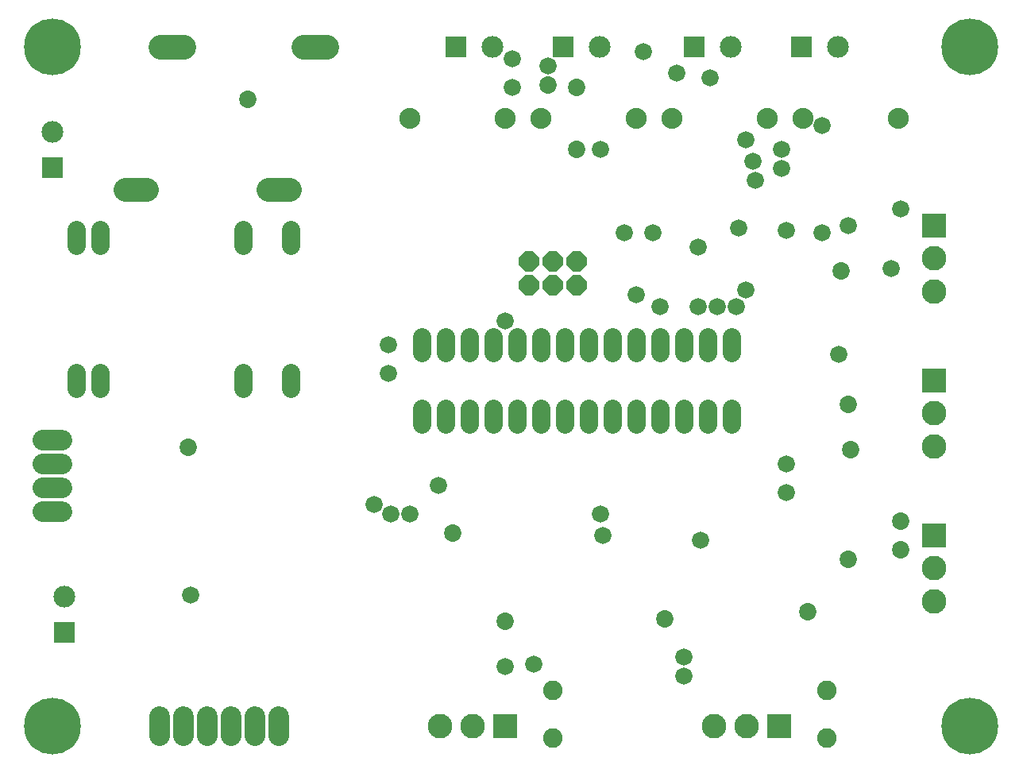
<source format=gbs>
G75*
G70*
%OFA0B0*%
%FSLAX24Y24*%
%IPPOS*%
%LPD*%
%AMOC8*
5,1,8,0,0,1.08239X$1,22.5*
%
%ADD10R,0.0912X0.0912*%
%ADD11C,0.0912*%
%ADD12C,0.0880*%
%ADD13C,0.0760*%
%ADD14R,0.1030X0.1030*%
%ADD15C,0.1030*%
%ADD16OC8,0.0840*%
%ADD17C,0.0880*%
%ADD18C,0.0990*%
%ADD19C,0.2380*%
%ADD20C,0.0820*%
%ADD21C,0.1030*%
%ADD22C,0.0730*%
%ADD23C,0.0720*%
D10*
X002681Y006404D03*
X002181Y025904D03*
X019111Y030974D03*
X023611Y030974D03*
X029111Y030974D03*
X033611Y030974D03*
D11*
X035129Y030974D03*
X030629Y030974D03*
X025129Y030974D03*
X020629Y030974D03*
X002181Y027422D03*
X002681Y007922D03*
D12*
X017181Y027974D03*
X021181Y027974D03*
X022681Y027974D03*
X026681Y027974D03*
X028181Y027974D03*
X032181Y027974D03*
X033681Y027974D03*
X037681Y027974D03*
D13*
X030681Y018814D02*
X030681Y018134D01*
X029681Y018134D02*
X029681Y018814D01*
X028681Y018814D02*
X028681Y018134D01*
X027681Y018134D02*
X027681Y018814D01*
X026681Y018814D02*
X026681Y018134D01*
X025681Y018134D02*
X025681Y018814D01*
X024681Y018814D02*
X024681Y018134D01*
X023681Y018134D02*
X023681Y018814D01*
X022681Y018814D02*
X022681Y018134D01*
X021681Y018134D02*
X021681Y018814D01*
X020681Y018814D02*
X020681Y018134D01*
X019681Y018134D02*
X019681Y018814D01*
X018681Y018814D02*
X018681Y018134D01*
X017681Y018134D02*
X017681Y018814D01*
X017681Y015814D02*
X017681Y015134D01*
X018681Y015134D02*
X018681Y015814D01*
X019681Y015814D02*
X019681Y015134D01*
X020681Y015134D02*
X020681Y015814D01*
X021681Y015814D02*
X021681Y015134D01*
X022681Y015134D02*
X022681Y015814D01*
X023681Y015814D02*
X023681Y015134D01*
X024681Y015134D02*
X024681Y015814D01*
X025681Y015814D02*
X025681Y015134D01*
X026681Y015134D02*
X026681Y015814D01*
X027681Y015814D02*
X027681Y015134D01*
X028681Y015134D02*
X028681Y015814D01*
X029681Y015814D02*
X029681Y015134D01*
X030681Y015134D02*
X030681Y015814D01*
X012181Y016634D02*
X012181Y017314D01*
X010181Y017314D02*
X010181Y016634D01*
X004181Y016634D02*
X004181Y017314D01*
X003181Y017314D02*
X003181Y016634D01*
X003181Y022634D02*
X003181Y023314D01*
X004181Y023314D02*
X004181Y022634D01*
X010181Y022634D02*
X010181Y023314D01*
X012181Y023314D02*
X012181Y022634D01*
D14*
X021181Y002474D03*
X032681Y002474D03*
X039181Y010474D03*
X039181Y016974D03*
X039181Y023474D03*
D15*
X039181Y022096D03*
X039181Y020718D03*
X039181Y015596D03*
X039181Y014218D03*
X039181Y009096D03*
X039181Y007718D03*
X031303Y002474D03*
X029926Y002474D03*
X019803Y002474D03*
X018426Y002474D03*
D16*
X022181Y020974D03*
X022181Y021974D03*
X023181Y021974D03*
X024181Y021974D03*
X024181Y020974D03*
X023181Y020974D03*
D17*
X002581Y014474D02*
X001781Y014474D01*
X001781Y013474D02*
X002581Y013474D01*
X002581Y012474D02*
X001781Y012474D01*
X001781Y011474D02*
X002581Y011474D01*
X006681Y002874D02*
X006681Y002074D01*
X007681Y002074D02*
X007681Y002874D01*
X008681Y002874D02*
X008681Y002074D01*
X009681Y002074D02*
X009681Y002874D01*
X010681Y002874D02*
X010681Y002074D01*
X011681Y002074D02*
X011681Y002874D01*
D18*
X011226Y024974D02*
X012136Y024974D01*
X006136Y024974D02*
X005226Y024974D01*
D19*
X002181Y002474D03*
X002181Y030974D03*
X040681Y030974D03*
X040681Y002474D03*
D20*
X034681Y001974D03*
X034681Y003974D03*
X023181Y003974D03*
X023181Y001974D03*
D21*
X013656Y030974D02*
X012706Y030974D01*
X007656Y030974D02*
X006706Y030974D01*
D22*
X010381Y028774D03*
X022981Y029374D03*
X024181Y029274D03*
X024181Y026674D03*
X035281Y021574D03*
X035581Y015974D03*
X035681Y014074D03*
X037781Y011074D03*
X037781Y009874D03*
X035581Y009474D03*
X033881Y007274D03*
X027881Y006974D03*
X021181Y006874D03*
X018981Y010574D03*
X007881Y014174D03*
D23*
X007981Y007974D03*
X015681Y011774D03*
X016381Y011374D03*
X017181Y011374D03*
X018381Y012574D03*
X016281Y017274D03*
X016281Y018474D03*
X021181Y019474D03*
X026181Y023174D03*
X027381Y023174D03*
X029281Y022574D03*
X030981Y023374D03*
X032981Y023274D03*
X034481Y023174D03*
X035581Y023474D03*
X037781Y024174D03*
X037381Y021674D03*
X035181Y018074D03*
X030881Y020074D03*
X030081Y020074D03*
X029281Y020074D03*
X027681Y020074D03*
X026681Y020574D03*
X031281Y020774D03*
X031681Y025374D03*
X031581Y026174D03*
X031281Y027074D03*
X032781Y026674D03*
X032781Y025874D03*
X034481Y027674D03*
X029781Y029674D03*
X028381Y029874D03*
X026981Y030774D03*
X022981Y030174D03*
X021481Y030474D03*
X021481Y029274D03*
X025181Y026674D03*
X032981Y013474D03*
X032981Y012274D03*
X029381Y010274D03*
X025281Y010474D03*
X025181Y011374D03*
X028681Y005374D03*
X028681Y004574D03*
X022381Y005074D03*
X021181Y004974D03*
M02*

</source>
